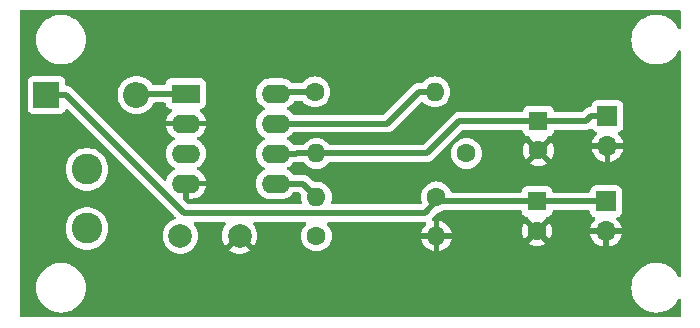
<source format=gtl>
%TF.GenerationSoftware,KiCad,Pcbnew,8.0.8*%
%TF.CreationDate,2025-06-29T12:47:59+09:00*%
%TF.ProjectId,NJM2374A_Boost,4e4a4d32-3337-4344-915f-426f6f73742e,rev?*%
%TF.SameCoordinates,Original*%
%TF.FileFunction,Copper,L1,Top*%
%TF.FilePolarity,Positive*%
%FSLAX46Y46*%
G04 Gerber Fmt 4.6, Leading zero omitted, Abs format (unit mm)*
G04 Created by KiCad (PCBNEW 8.0.8) date 2025-06-29 12:47:59*
%MOMM*%
%LPD*%
G01*
G04 APERTURE LIST*
%TA.AperFunction,ComponentPad*%
%ADD10C,2.600000*%
%TD*%
%TA.AperFunction,ComponentPad*%
%ADD11C,1.600000*%
%TD*%
%TA.AperFunction,ComponentPad*%
%ADD12O,1.600000X1.600000*%
%TD*%
%TA.AperFunction,ComponentPad*%
%ADD13R,2.200000X2.200000*%
%TD*%
%TA.AperFunction,ComponentPad*%
%ADD14O,2.200000X2.200000*%
%TD*%
%TA.AperFunction,ComponentPad*%
%ADD15R,1.600000X1.600000*%
%TD*%
%TA.AperFunction,ComponentPad*%
%ADD16R,1.700000X1.700000*%
%TD*%
%TA.AperFunction,ComponentPad*%
%ADD17O,1.700000X1.700000*%
%TD*%
%TA.AperFunction,ComponentPad*%
%ADD18C,2.000000*%
%TD*%
%TA.AperFunction,ComponentPad*%
%ADD19R,2.400000X1.600000*%
%TD*%
%TA.AperFunction,ComponentPad*%
%ADD20O,2.400000X1.600000*%
%TD*%
%TA.AperFunction,Conductor*%
%ADD21C,0.500000*%
%TD*%
G04 APERTURE END LIST*
D10*
%TO.P,L1,1,1*%
%TO.N,Net-(D2-A)*%
X92202000Y-93980000D03*
%TO.P,L1,2,2*%
%TO.N,Net-(PS1-SI)*%
X92202000Y-88980000D03*
%TD*%
D11*
%TO.P,R3,1*%
%TO.N,Net-(PS1-CD)*%
X111506000Y-82423000D03*
D12*
%TO.P,R3,2*%
%TO.N,Net-(PS1-SI)*%
X121666000Y-82423000D03*
%TD*%
D13*
%TO.P,D2,1,K*%
%TO.N,Vout*%
X88773000Y-82677000D03*
D14*
%TO.P,D2,2,A*%
%TO.N,Net-(D2-A)*%
X96393000Y-82677000D03*
%TD*%
D15*
%TO.P,C3,1*%
%TO.N,Vin*%
X130429000Y-84876000D03*
D11*
%TO.P,C3,2*%
%TO.N,GND*%
X130429000Y-87376000D03*
%TD*%
D15*
%TO.P,C2,1*%
%TO.N,Vout*%
X130302000Y-91694000D03*
D11*
%TO.P,C2,2*%
%TO.N,GND*%
X130302000Y-94194000D03*
%TD*%
D16*
%TO.P,J1,1,Pin_1*%
%TO.N,Vin*%
X136271000Y-84450000D03*
D17*
%TO.P,J1,2,Pin_2*%
%TO.N,GND*%
X136271000Y-86990000D03*
%TD*%
D11*
%TO.P,R1,1*%
%TO.N,Net-(PS1-IN+)*%
X111633000Y-94615000D03*
D12*
%TO.P,R1,2*%
%TO.N,GND*%
X121793000Y-94615000D03*
%TD*%
D11*
%TO.P,R4,1*%
%TO.N,Net-(PS1-SI)*%
X124333000Y-87630000D03*
D12*
%TO.P,R4,2*%
%TO.N,Vin*%
X111633000Y-87630000D03*
%TD*%
D18*
%TO.P,C1,1*%
%TO.N,GND*%
X105116000Y-94615000D03*
%TO.P,C1,2*%
%TO.N,Net-(PS1-CT)*%
X100116000Y-94615000D03*
%TD*%
D19*
%TO.P,PS1,1,CS*%
%TO.N,Net-(D2-A)*%
X100569000Y-82560000D03*
D20*
%TO.P,PS1,2,ES*%
%TO.N,GND*%
X100569000Y-85100000D03*
%TO.P,PS1,3,CT*%
%TO.N,Net-(PS1-CT)*%
X100569000Y-87640000D03*
%TO.P,PS1,4,GND*%
%TO.N,GND*%
X100569000Y-90180000D03*
%TO.P,PS1,5,IN+*%
%TO.N,Net-(PS1-IN+)*%
X108189000Y-90180000D03*
%TO.P,PS1,6,V+*%
%TO.N,Vin*%
X108189000Y-87640000D03*
%TO.P,PS1,7,SI*%
%TO.N,Net-(PS1-SI)*%
X108189000Y-85100000D03*
%TO.P,PS1,8,CD*%
%TO.N,Net-(PS1-CD)*%
X108189000Y-82560000D03*
%TD*%
D11*
%TO.P,R2,1*%
%TO.N,Vout*%
X121793000Y-91313000D03*
D12*
%TO.P,R2,2*%
%TO.N,Net-(PS1-IN+)*%
X111633000Y-91313000D03*
%TD*%
D16*
%TO.P,J2,1,Pin_1*%
%TO.N,Vout*%
X136144000Y-91694000D03*
D17*
%TO.P,J2,2,Pin_2*%
%TO.N,GND*%
X136144000Y-94234000D03*
%TD*%
D21*
%TO.N,Vout*%
X90424700Y-82677000D02*
X100453700Y-92706000D01*
X130302000Y-91694000D02*
X136144000Y-91694000D01*
X130302000Y-91694000D02*
X128950300Y-91694000D01*
X100453700Y-92706000D02*
X120781000Y-92706000D01*
X121793000Y-91694000D02*
X121793000Y-91313000D01*
X88773000Y-82677000D02*
X90424700Y-82677000D01*
X121793000Y-91694000D02*
X128950300Y-91694000D01*
X120781000Y-92706000D02*
X121793000Y-91694000D01*
%TO.N,Vin*%
X120976000Y-87630000D02*
X123730000Y-84876000D01*
X109950700Y-87630000D02*
X111633000Y-87630000D01*
X123730000Y-84876000D02*
X130429000Y-84876000D01*
X136271000Y-84450000D02*
X134869300Y-84450000D01*
X130429000Y-84876000D02*
X134443300Y-84876000D01*
X108189000Y-87640000D02*
X109940700Y-87640000D01*
X109940700Y-87640000D02*
X109950700Y-87630000D01*
X111633000Y-87630000D02*
X120976000Y-87630000D01*
X134443300Y-84876000D02*
X134869300Y-84450000D01*
%TO.N,Net-(D2-A)*%
X96510000Y-82560000D02*
X96393000Y-82677000D01*
X100569000Y-82560000D02*
X96510000Y-82560000D01*
%TO.N,Net-(PS1-SI)*%
X121666000Y-82423000D02*
X120314300Y-82423000D01*
X108189000Y-85100000D02*
X117637300Y-85100000D01*
X117637300Y-85100000D02*
X120314300Y-82423000D01*
%TO.N,Net-(PS1-IN+)*%
X110500000Y-90180000D02*
X108189000Y-90180000D01*
X111633000Y-91313000D02*
X110500000Y-90180000D01*
%TO.N,Net-(PS1-CD)*%
X108326000Y-82423000D02*
X108189000Y-82560000D01*
X111506000Y-82423000D02*
X108326000Y-82423000D01*
%TD*%
%TA.AperFunction,Conductor*%
%TO.N,GND*%
G36*
X142442539Y-75520185D02*
G01*
X142488294Y-75572989D01*
X142499500Y-75624500D01*
X142499500Y-76977356D01*
X142479815Y-77044395D01*
X142427011Y-77090150D01*
X142357853Y-77100094D01*
X142294297Y-77071069D01*
X142265402Y-77034405D01*
X142255745Y-77015768D01*
X142198901Y-76906064D01*
X142033189Y-76671302D01*
X142033187Y-76671299D01*
X141954554Y-76587105D01*
X141837053Y-76461292D01*
X141614147Y-76279945D01*
X141614146Y-76279944D01*
X141368617Y-76130634D01*
X141105063Y-76016158D01*
X141105061Y-76016157D01*
X141105058Y-76016156D01*
X140975578Y-75979877D01*
X140828364Y-75938630D01*
X140828359Y-75938629D01*
X140828358Y-75938629D01*
X140686018Y-75919064D01*
X140543679Y-75899500D01*
X140543678Y-75899500D01*
X140256322Y-75899500D01*
X140256321Y-75899500D01*
X139971642Y-75938629D01*
X139971635Y-75938630D01*
X139763861Y-75996845D01*
X139694942Y-76016156D01*
X139694939Y-76016156D01*
X139694936Y-76016158D01*
X139694935Y-76016158D01*
X139431382Y-76130634D01*
X139185853Y-76279944D01*
X138962950Y-76461289D01*
X138766812Y-76671299D01*
X138601098Y-76906064D01*
X138468894Y-77161206D01*
X138372667Y-77431962D01*
X138372666Y-77431965D01*
X138314201Y-77713319D01*
X138294592Y-78000000D01*
X138314201Y-78286680D01*
X138372666Y-78568034D01*
X138372667Y-78568037D01*
X138468894Y-78838793D01*
X138468893Y-78838793D01*
X138601098Y-79093935D01*
X138766812Y-79328700D01*
X138851923Y-79419831D01*
X138962947Y-79538708D01*
X139185853Y-79720055D01*
X139431382Y-79869365D01*
X139618237Y-79950526D01*
X139694942Y-79983844D01*
X139971642Y-80061371D01*
X140221920Y-80095771D01*
X140256321Y-80100500D01*
X140256322Y-80100500D01*
X140543679Y-80100500D01*
X140574370Y-80096281D01*
X140828358Y-80061371D01*
X141105058Y-79983844D01*
X141218015Y-79934779D01*
X141368617Y-79869365D01*
X141368620Y-79869363D01*
X141368625Y-79869361D01*
X141614147Y-79720055D01*
X141837053Y-79538708D01*
X142033189Y-79328698D01*
X142198901Y-79093936D01*
X142265402Y-78965594D01*
X142313723Y-78915128D01*
X142381657Y-78898796D01*
X142447636Y-78921785D01*
X142490713Y-78976795D01*
X142499500Y-79022643D01*
X142499500Y-97977356D01*
X142479815Y-98044395D01*
X142427011Y-98090150D01*
X142357853Y-98100094D01*
X142294297Y-98071069D01*
X142265402Y-98034405D01*
X142255745Y-98015768D01*
X142198901Y-97906064D01*
X142033189Y-97671302D01*
X142033187Y-97671299D01*
X141954554Y-97587105D01*
X141837053Y-97461292D01*
X141614147Y-97279945D01*
X141614146Y-97279944D01*
X141368617Y-97130634D01*
X141105063Y-97016158D01*
X141105061Y-97016157D01*
X141105058Y-97016156D01*
X140975578Y-96979877D01*
X140828364Y-96938630D01*
X140828359Y-96938629D01*
X140828358Y-96938629D01*
X140686018Y-96919064D01*
X140543679Y-96899500D01*
X140543678Y-96899500D01*
X140256322Y-96899500D01*
X140256321Y-96899500D01*
X139971642Y-96938629D01*
X139971635Y-96938630D01*
X139763861Y-96996845D01*
X139694942Y-97016156D01*
X139694939Y-97016156D01*
X139694936Y-97016158D01*
X139694935Y-97016158D01*
X139431382Y-97130634D01*
X139185853Y-97279944D01*
X138962950Y-97461289D01*
X138766812Y-97671299D01*
X138601098Y-97906064D01*
X138468894Y-98161206D01*
X138372667Y-98431962D01*
X138372666Y-98431965D01*
X138314201Y-98713319D01*
X138294592Y-99000000D01*
X138314201Y-99286680D01*
X138372666Y-99568034D01*
X138372667Y-99568037D01*
X138468894Y-99838793D01*
X138468893Y-99838793D01*
X138601098Y-100093935D01*
X138766812Y-100328700D01*
X138851923Y-100419831D01*
X138962947Y-100538708D01*
X139185853Y-100720055D01*
X139431382Y-100869365D01*
X139618237Y-100950526D01*
X139694942Y-100983844D01*
X139971642Y-101061371D01*
X140221920Y-101095771D01*
X140256321Y-101100500D01*
X140256322Y-101100500D01*
X140543679Y-101100500D01*
X140574370Y-101096281D01*
X140828358Y-101061371D01*
X141105058Y-100983844D01*
X141218015Y-100934779D01*
X141368617Y-100869365D01*
X141368620Y-100869363D01*
X141368625Y-100869361D01*
X141614147Y-100720055D01*
X141837053Y-100538708D01*
X142033189Y-100328698D01*
X142198901Y-100093936D01*
X142265402Y-99965594D01*
X142313723Y-99915128D01*
X142381657Y-99898796D01*
X142447636Y-99921785D01*
X142490713Y-99976795D01*
X142499500Y-100022643D01*
X142499500Y-101375500D01*
X142479815Y-101442539D01*
X142427011Y-101488294D01*
X142375500Y-101499500D01*
X86624500Y-101499500D01*
X86557461Y-101479815D01*
X86511706Y-101427011D01*
X86500500Y-101375500D01*
X86500500Y-99000000D01*
X87894592Y-99000000D01*
X87914201Y-99286680D01*
X87972666Y-99568034D01*
X87972667Y-99568037D01*
X88068894Y-99838793D01*
X88068893Y-99838793D01*
X88201098Y-100093935D01*
X88366812Y-100328700D01*
X88451923Y-100419831D01*
X88562947Y-100538708D01*
X88785853Y-100720055D01*
X89031382Y-100869365D01*
X89218237Y-100950526D01*
X89294942Y-100983844D01*
X89571642Y-101061371D01*
X89821920Y-101095771D01*
X89856321Y-101100500D01*
X89856322Y-101100500D01*
X90143679Y-101100500D01*
X90174370Y-101096281D01*
X90428358Y-101061371D01*
X90705058Y-100983844D01*
X90818015Y-100934779D01*
X90968617Y-100869365D01*
X90968620Y-100869363D01*
X90968625Y-100869361D01*
X91214147Y-100720055D01*
X91437053Y-100538708D01*
X91633189Y-100328698D01*
X91798901Y-100093936D01*
X91931104Y-99838797D01*
X92027334Y-99568032D01*
X92085798Y-99286686D01*
X92105408Y-99000000D01*
X92085798Y-98713314D01*
X92027334Y-98431968D01*
X91931105Y-98161206D01*
X91931106Y-98161206D01*
X91798901Y-97906064D01*
X91633187Y-97671299D01*
X91554554Y-97587105D01*
X91437053Y-97461292D01*
X91214147Y-97279945D01*
X91214146Y-97279944D01*
X90968617Y-97130634D01*
X90705063Y-97016158D01*
X90705061Y-97016157D01*
X90705058Y-97016156D01*
X90575578Y-96979877D01*
X90428364Y-96938630D01*
X90428359Y-96938629D01*
X90428358Y-96938629D01*
X90286018Y-96919064D01*
X90143679Y-96899500D01*
X90143678Y-96899500D01*
X89856322Y-96899500D01*
X89856321Y-96899500D01*
X89571642Y-96938629D01*
X89571635Y-96938630D01*
X89363861Y-96996845D01*
X89294942Y-97016156D01*
X89294939Y-97016156D01*
X89294936Y-97016158D01*
X89294935Y-97016158D01*
X89031382Y-97130634D01*
X88785853Y-97279944D01*
X88562950Y-97461289D01*
X88366812Y-97671299D01*
X88201098Y-97906064D01*
X88068894Y-98161206D01*
X87972667Y-98431962D01*
X87972666Y-98431965D01*
X87914201Y-98713319D01*
X87894592Y-99000000D01*
X86500500Y-99000000D01*
X86500500Y-93979995D01*
X90396451Y-93979995D01*
X90396451Y-93980004D01*
X90416616Y-94249101D01*
X90476664Y-94512188D01*
X90476666Y-94512195D01*
X90549390Y-94697492D01*
X90575257Y-94763398D01*
X90710185Y-94997102D01*
X90761538Y-95061496D01*
X90878442Y-95208089D01*
X91003508Y-95324132D01*
X91076259Y-95391635D01*
X91299226Y-95543651D01*
X91542359Y-95660738D01*
X91800228Y-95740280D01*
X91800229Y-95740280D01*
X91800232Y-95740281D01*
X92067063Y-95780499D01*
X92067068Y-95780499D01*
X92067071Y-95780500D01*
X92067072Y-95780500D01*
X92336928Y-95780500D01*
X92336929Y-95780500D01*
X92336936Y-95780499D01*
X92603767Y-95740281D01*
X92603768Y-95740280D01*
X92603772Y-95740280D01*
X92861641Y-95660738D01*
X93104775Y-95543651D01*
X93327741Y-95391635D01*
X93525561Y-95208085D01*
X93693815Y-94997102D01*
X93828743Y-94763398D01*
X93927334Y-94512195D01*
X93987383Y-94249103D01*
X94003082Y-94039606D01*
X94007549Y-93980004D01*
X94007549Y-93979995D01*
X93987383Y-93710898D01*
X93962489Y-93601829D01*
X93927334Y-93447805D01*
X93828743Y-93196602D01*
X93693815Y-92962898D01*
X93525561Y-92751915D01*
X93525560Y-92751914D01*
X93525557Y-92751910D01*
X93327741Y-92568365D01*
X93252386Y-92516989D01*
X93104775Y-92416349D01*
X93104769Y-92416346D01*
X93104768Y-92416345D01*
X93104767Y-92416344D01*
X92861643Y-92299263D01*
X92861645Y-92299263D01*
X92603773Y-92219720D01*
X92603767Y-92219718D01*
X92336936Y-92179500D01*
X92336929Y-92179500D01*
X92067071Y-92179500D01*
X92067063Y-92179500D01*
X91800232Y-92219718D01*
X91800226Y-92219720D01*
X91542358Y-92299262D01*
X91299230Y-92416346D01*
X91076258Y-92568365D01*
X90878442Y-92751910D01*
X90710185Y-92962898D01*
X90575258Y-93196599D01*
X90575256Y-93196603D01*
X90476666Y-93447804D01*
X90476664Y-93447811D01*
X90416616Y-93710898D01*
X90396451Y-93979995D01*
X86500500Y-93979995D01*
X86500500Y-88979995D01*
X90396451Y-88979995D01*
X90396451Y-88980004D01*
X90416616Y-89249101D01*
X90473514Y-89498386D01*
X90476666Y-89512195D01*
X90575257Y-89763398D01*
X90710185Y-89997102D01*
X90814046Y-90127339D01*
X90878442Y-90208089D01*
X91024383Y-90343501D01*
X91076259Y-90391635D01*
X91299226Y-90543651D01*
X91299229Y-90543652D01*
X91299230Y-90543653D01*
X91329490Y-90558225D01*
X91542359Y-90660738D01*
X91800228Y-90740280D01*
X91800229Y-90740280D01*
X91800232Y-90740281D01*
X92067063Y-90780499D01*
X92067068Y-90780499D01*
X92067071Y-90780500D01*
X92067072Y-90780500D01*
X92336928Y-90780500D01*
X92336929Y-90780500D01*
X92336936Y-90780499D01*
X92603767Y-90740281D01*
X92603768Y-90740280D01*
X92603772Y-90740280D01*
X92861641Y-90660738D01*
X93053765Y-90568216D01*
X93104767Y-90543655D01*
X93104767Y-90543654D01*
X93104775Y-90543651D01*
X93327741Y-90391635D01*
X93525561Y-90208085D01*
X93693815Y-89997102D01*
X93828743Y-89763398D01*
X93927334Y-89512195D01*
X93987383Y-89249103D01*
X94007549Y-88980000D01*
X94002725Y-88915633D01*
X93987383Y-88710898D01*
X93980551Y-88680966D01*
X93927334Y-88447805D01*
X93828743Y-88196602D01*
X93693815Y-87962898D01*
X93525561Y-87751915D01*
X93525560Y-87751914D01*
X93525557Y-87751910D01*
X93327741Y-87568365D01*
X93104775Y-87416349D01*
X93104769Y-87416346D01*
X93104768Y-87416345D01*
X93104767Y-87416344D01*
X92861643Y-87299263D01*
X92861645Y-87299263D01*
X92603773Y-87219720D01*
X92603767Y-87219718D01*
X92336936Y-87179500D01*
X92336929Y-87179500D01*
X92067071Y-87179500D01*
X92067063Y-87179500D01*
X91800232Y-87219718D01*
X91800226Y-87219720D01*
X91542358Y-87299262D01*
X91299230Y-87416346D01*
X91076258Y-87568365D01*
X90878442Y-87751910D01*
X90710185Y-87962898D01*
X90575258Y-88196599D01*
X90575256Y-88196603D01*
X90476666Y-88447804D01*
X90476664Y-88447811D01*
X90416616Y-88710898D01*
X90396451Y-88979995D01*
X86500500Y-88979995D01*
X86500500Y-81529135D01*
X87172500Y-81529135D01*
X87172500Y-83824870D01*
X87172501Y-83824876D01*
X87178908Y-83884483D01*
X87229202Y-84019328D01*
X87229206Y-84019335D01*
X87315452Y-84134544D01*
X87315455Y-84134547D01*
X87430664Y-84220793D01*
X87430671Y-84220797D01*
X87565517Y-84271091D01*
X87565516Y-84271091D01*
X87572444Y-84271835D01*
X87625127Y-84277500D01*
X89920872Y-84277499D01*
X89980483Y-84271091D01*
X90115331Y-84220796D01*
X90230546Y-84134546D01*
X90316796Y-84019331D01*
X90355006Y-83916885D01*
X90396877Y-83860951D01*
X90462341Y-83836534D01*
X90530614Y-83851385D01*
X90558869Y-83872537D01*
X99676923Y-92990591D01*
X99710408Y-93051914D01*
X99705424Y-93121606D01*
X99663552Y-93177539D01*
X99629506Y-93195553D01*
X99511194Y-93236170D01*
X99511188Y-93236172D01*
X99292493Y-93354524D01*
X99096257Y-93507261D01*
X98927833Y-93690217D01*
X98791826Y-93898393D01*
X98691936Y-94126118D01*
X98630892Y-94367175D01*
X98630890Y-94367187D01*
X98610357Y-94614994D01*
X98610357Y-94615000D01*
X98630890Y-94862812D01*
X98630892Y-94862824D01*
X98691936Y-95103881D01*
X98791826Y-95331606D01*
X98927833Y-95539782D01*
X98950710Y-95564633D01*
X99096256Y-95722738D01*
X99292491Y-95875474D01*
X99375633Y-95920468D01*
X99510332Y-95993364D01*
X99511190Y-95993828D01*
X99730141Y-96068994D01*
X99744964Y-96074083D01*
X99746386Y-96074571D01*
X99991665Y-96115500D01*
X100240335Y-96115500D01*
X100485614Y-96074571D01*
X100720810Y-95993828D01*
X100939509Y-95875474D01*
X101135744Y-95722738D01*
X101304164Y-95539785D01*
X101440173Y-95331607D01*
X101540063Y-95103881D01*
X101601108Y-94862821D01*
X101602859Y-94841697D01*
X101621643Y-94615000D01*
X101621643Y-94614994D01*
X101601109Y-94367187D01*
X101601107Y-94367175D01*
X101540063Y-94126118D01*
X101440173Y-93898393D01*
X101304163Y-93690214D01*
X101280476Y-93664482D01*
X101249554Y-93601828D01*
X101257414Y-93532402D01*
X101301562Y-93478246D01*
X101367979Y-93456556D01*
X101371706Y-93456500D01*
X103860974Y-93456500D01*
X103928013Y-93476185D01*
X103973768Y-93528989D01*
X103983712Y-93598147D01*
X103954687Y-93661703D01*
X103952203Y-93664483D01*
X103928232Y-93690521D01*
X103792267Y-93898632D01*
X103692412Y-94126282D01*
X103631387Y-94367261D01*
X103631385Y-94367270D01*
X103610859Y-94614994D01*
X103610859Y-94615000D01*
X103631385Y-94862729D01*
X103631387Y-94862738D01*
X103692412Y-95103717D01*
X103792267Y-95331367D01*
X103892562Y-95484881D01*
X104633036Y-94744406D01*
X104650075Y-94807993D01*
X104715901Y-94922007D01*
X104808993Y-95015099D01*
X104923007Y-95080925D01*
X104986591Y-95097962D01*
X104245943Y-95838609D01*
X104292768Y-95875055D01*
X104292771Y-95875057D01*
X104511385Y-95993364D01*
X104511396Y-95993369D01*
X104746506Y-96074083D01*
X104991707Y-96115000D01*
X105240293Y-96115000D01*
X105485493Y-96074083D01*
X105720603Y-95993369D01*
X105720614Y-95993364D01*
X105939230Y-95875056D01*
X105939236Y-95875051D01*
X105986055Y-95838610D01*
X105986056Y-95838609D01*
X105245408Y-95097962D01*
X105308993Y-95080925D01*
X105423007Y-95015099D01*
X105516099Y-94922007D01*
X105581925Y-94807993D01*
X105598962Y-94744409D01*
X106339435Y-95484882D01*
X106439733Y-95331364D01*
X106539587Y-95103717D01*
X106600612Y-94862738D01*
X106600614Y-94862729D01*
X106621141Y-94615000D01*
X106621141Y-94614994D01*
X106600614Y-94367270D01*
X106600612Y-94367261D01*
X106539587Y-94126282D01*
X106439732Y-93898632D01*
X106303767Y-93690521D01*
X106279797Y-93664483D01*
X106248874Y-93601829D01*
X106256734Y-93532403D01*
X106300881Y-93478247D01*
X106367298Y-93456556D01*
X106371026Y-93456500D01*
X110652951Y-93456500D01*
X110719990Y-93476185D01*
X110765745Y-93528989D01*
X110775689Y-93598147D01*
X110746664Y-93661703D01*
X110740632Y-93668181D01*
X110632954Y-93775858D01*
X110502432Y-93962265D01*
X110502431Y-93962267D01*
X110406261Y-94168502D01*
X110406258Y-94168511D01*
X110347366Y-94388302D01*
X110347364Y-94388313D01*
X110327532Y-94614998D01*
X110327532Y-94615000D01*
X110347364Y-94841686D01*
X110347366Y-94841697D01*
X110406258Y-95061488D01*
X110406261Y-95061497D01*
X110502431Y-95267732D01*
X110502432Y-95267734D01*
X110632954Y-95454141D01*
X110793858Y-95615045D01*
X110793861Y-95615047D01*
X110980266Y-95745568D01*
X111186504Y-95841739D01*
X111406308Y-95900635D01*
X111568230Y-95914801D01*
X111632998Y-95920468D01*
X111633000Y-95920468D01*
X111633002Y-95920468D01*
X111689673Y-95915509D01*
X111859692Y-95900635D01*
X112079496Y-95841739D01*
X112285734Y-95745568D01*
X112472139Y-95615047D01*
X112633047Y-95454139D01*
X112763568Y-95267734D01*
X112859739Y-95061496D01*
X112918635Y-94841692D01*
X112938468Y-94615000D01*
X112938467Y-94614994D01*
X112929473Y-94512188D01*
X112918635Y-94388308D01*
X112859739Y-94168504D01*
X112763568Y-93962266D01*
X112633047Y-93775861D01*
X112633045Y-93775858D01*
X112525368Y-93668181D01*
X112491883Y-93606858D01*
X112496867Y-93537166D01*
X112538739Y-93481233D01*
X112604203Y-93456816D01*
X112613049Y-93456500D01*
X120813660Y-93456500D01*
X120880699Y-93476185D01*
X120926454Y-93528989D01*
X120936398Y-93598147D01*
X120907373Y-93661703D01*
X120901341Y-93668181D01*
X120793342Y-93776179D01*
X120662865Y-93962517D01*
X120566734Y-94168673D01*
X120566730Y-94168682D01*
X120514127Y-94364999D01*
X120514128Y-94365000D01*
X121477314Y-94365000D01*
X121472920Y-94369394D01*
X121420259Y-94460606D01*
X121393000Y-94562339D01*
X121393000Y-94667661D01*
X121420259Y-94769394D01*
X121472920Y-94860606D01*
X121477314Y-94865000D01*
X120514128Y-94865000D01*
X120566730Y-95061317D01*
X120566734Y-95061326D01*
X120662865Y-95267482D01*
X120793342Y-95453820D01*
X120954179Y-95614657D01*
X121140517Y-95745134D01*
X121346673Y-95841265D01*
X121346682Y-95841269D01*
X121542999Y-95893872D01*
X121543000Y-95893871D01*
X121543000Y-94930686D01*
X121547394Y-94935080D01*
X121638606Y-94987741D01*
X121740339Y-95015000D01*
X121845661Y-95015000D01*
X121947394Y-94987741D01*
X122038606Y-94935080D01*
X122043000Y-94930686D01*
X122043000Y-95893872D01*
X122239317Y-95841269D01*
X122239326Y-95841265D01*
X122445482Y-95745134D01*
X122631820Y-95614657D01*
X122792657Y-95453820D01*
X122923134Y-95267482D01*
X123019265Y-95061326D01*
X123019269Y-95061317D01*
X123071872Y-94865000D01*
X122108686Y-94865000D01*
X122113080Y-94860606D01*
X122165741Y-94769394D01*
X122193000Y-94667661D01*
X122193000Y-94562339D01*
X122165741Y-94460606D01*
X122113080Y-94369394D01*
X122108686Y-94365000D01*
X123071872Y-94365000D01*
X123071872Y-94364999D01*
X123019269Y-94168682D01*
X123019265Y-94168673D01*
X122923134Y-93962517D01*
X122792657Y-93776179D01*
X122631820Y-93615342D01*
X122445482Y-93484865D01*
X122239328Y-93388734D01*
X122043000Y-93336127D01*
X122043000Y-94299314D01*
X122038606Y-94294920D01*
X121947394Y-94242259D01*
X121845661Y-94215000D01*
X121740339Y-94215000D01*
X121638606Y-94242259D01*
X121547394Y-94294920D01*
X121543000Y-94299314D01*
X121543000Y-93336127D01*
X121542999Y-93336126D01*
X121538179Y-93337418D01*
X121468329Y-93335755D01*
X121410467Y-93296592D01*
X121382963Y-93232364D01*
X121394550Y-93163462D01*
X121418403Y-93129963D01*
X121911112Y-92637253D01*
X121972433Y-92603770D01*
X121987977Y-92601409D01*
X122019692Y-92598635D01*
X122239496Y-92539739D01*
X122418820Y-92456117D01*
X122471225Y-92444500D01*
X128876382Y-92444500D01*
X128879649Y-92444500D01*
X128946688Y-92464185D01*
X128992443Y-92516989D01*
X129002939Y-92555248D01*
X129007908Y-92601483D01*
X129058202Y-92736328D01*
X129058206Y-92736335D01*
X129144452Y-92851544D01*
X129144455Y-92851547D01*
X129259664Y-92937793D01*
X129259671Y-92937797D01*
X129304618Y-92954561D01*
X129394517Y-92988091D01*
X129454127Y-92994500D01*
X129454153Y-92994499D01*
X129457453Y-92994678D01*
X129457372Y-92996183D01*
X129518672Y-93014112D01*
X129564483Y-93066867D01*
X129572016Y-93110464D01*
X130255553Y-93794000D01*
X130249339Y-93794000D01*
X130147606Y-93821259D01*
X130056394Y-93873920D01*
X129981920Y-93948394D01*
X129929259Y-94039606D01*
X129902000Y-94141339D01*
X129902000Y-94147552D01*
X129222974Y-93468526D01*
X129222973Y-93468526D01*
X129171868Y-93541512D01*
X129171866Y-93541516D01*
X129075734Y-93747673D01*
X129075730Y-93747682D01*
X129016860Y-93967389D01*
X129016858Y-93967400D01*
X128997034Y-94193997D01*
X128997034Y-94194002D01*
X129016858Y-94420599D01*
X129016860Y-94420610D01*
X129075730Y-94640317D01*
X129075735Y-94640331D01*
X129171863Y-94846478D01*
X129222974Y-94919472D01*
X129902000Y-94240446D01*
X129902000Y-94246661D01*
X129929259Y-94348394D01*
X129981920Y-94439606D01*
X130056394Y-94514080D01*
X130147606Y-94566741D01*
X130249339Y-94594000D01*
X130255553Y-94594000D01*
X129576526Y-95273025D01*
X129649513Y-95324132D01*
X129649521Y-95324136D01*
X129855668Y-95420264D01*
X129855682Y-95420269D01*
X130075389Y-95479139D01*
X130075400Y-95479141D01*
X130301998Y-95498966D01*
X130302002Y-95498966D01*
X130528599Y-95479141D01*
X130528610Y-95479139D01*
X130748317Y-95420269D01*
X130748331Y-95420264D01*
X130954478Y-95324136D01*
X131027471Y-95273024D01*
X130348447Y-94594000D01*
X130354661Y-94594000D01*
X130456394Y-94566741D01*
X130547606Y-94514080D01*
X130622080Y-94439606D01*
X130674741Y-94348394D01*
X130702000Y-94246661D01*
X130702000Y-94240447D01*
X131381024Y-94919471D01*
X131432136Y-94846478D01*
X131528264Y-94640331D01*
X131528269Y-94640317D01*
X131587139Y-94420610D01*
X131587141Y-94420599D01*
X131606966Y-94194002D01*
X131606966Y-94193997D01*
X131587141Y-93967400D01*
X131587139Y-93967389D01*
X131528269Y-93747682D01*
X131528264Y-93747668D01*
X131432136Y-93541521D01*
X131432132Y-93541513D01*
X131381025Y-93468526D01*
X130702000Y-94147551D01*
X130702000Y-94141339D01*
X130674741Y-94039606D01*
X130622080Y-93948394D01*
X130547606Y-93873920D01*
X130456394Y-93821259D01*
X130354661Y-93794000D01*
X130348445Y-93794000D01*
X131032646Y-93109800D01*
X131042492Y-93060807D01*
X131091107Y-93010624D01*
X131146633Y-92995981D01*
X131146576Y-92994900D01*
X131146571Y-92994854D01*
X131146573Y-92994853D01*
X131146564Y-92994676D01*
X131149857Y-92994499D01*
X131149872Y-92994499D01*
X131209483Y-92988091D01*
X131344331Y-92937796D01*
X131459546Y-92851546D01*
X131545796Y-92736331D01*
X131596091Y-92601483D01*
X131601062Y-92555242D01*
X131627799Y-92490694D01*
X131685191Y-92450846D01*
X131724351Y-92444500D01*
X134669501Y-92444500D01*
X134736540Y-92464185D01*
X134782295Y-92516989D01*
X134793501Y-92568500D01*
X134793501Y-92591876D01*
X134799908Y-92651483D01*
X134850202Y-92786328D01*
X134850206Y-92786335D01*
X134936452Y-92901544D01*
X134936455Y-92901547D01*
X135051664Y-92987793D01*
X135051671Y-92987797D01*
X135112874Y-93010624D01*
X135183598Y-93037002D01*
X135239531Y-93078873D01*
X135263949Y-93144337D01*
X135249098Y-93212610D01*
X135227947Y-93240865D01*
X135105886Y-93362926D01*
X134970400Y-93556420D01*
X134970399Y-93556422D01*
X134870570Y-93770507D01*
X134870567Y-93770513D01*
X134813364Y-93983999D01*
X134813364Y-93984000D01*
X135710988Y-93984000D01*
X135678075Y-94041007D01*
X135644000Y-94168174D01*
X135644000Y-94299826D01*
X135678075Y-94426993D01*
X135710988Y-94484000D01*
X134813364Y-94484000D01*
X134870567Y-94697486D01*
X134870570Y-94697492D01*
X134970399Y-94911578D01*
X135105894Y-95105082D01*
X135272917Y-95272105D01*
X135466421Y-95407600D01*
X135680507Y-95507429D01*
X135680516Y-95507433D01*
X135894000Y-95564634D01*
X135894000Y-94667012D01*
X135951007Y-94699925D01*
X136078174Y-94734000D01*
X136209826Y-94734000D01*
X136336993Y-94699925D01*
X136394000Y-94667012D01*
X136394000Y-95564633D01*
X136607483Y-95507433D01*
X136607492Y-95507429D01*
X136821578Y-95407600D01*
X137015082Y-95272105D01*
X137182105Y-95105082D01*
X137317600Y-94911578D01*
X137417429Y-94697492D01*
X137417432Y-94697486D01*
X137474636Y-94484000D01*
X136577012Y-94484000D01*
X136609925Y-94426993D01*
X136644000Y-94299826D01*
X136644000Y-94168174D01*
X136609925Y-94041007D01*
X136577012Y-93984000D01*
X137474636Y-93984000D01*
X137474635Y-93983999D01*
X137417432Y-93770513D01*
X137417429Y-93770507D01*
X137317600Y-93556422D01*
X137317599Y-93556420D01*
X137182113Y-93362926D01*
X137182108Y-93362920D01*
X137060053Y-93240865D01*
X137026568Y-93179542D01*
X137031552Y-93109850D01*
X137073424Y-93053917D01*
X137104400Y-93037002D01*
X137217410Y-92994853D01*
X137236326Y-92987798D01*
X137236326Y-92987797D01*
X137236331Y-92987796D01*
X137351546Y-92901546D01*
X137437796Y-92786331D01*
X137488091Y-92651483D01*
X137494500Y-92591873D01*
X137494499Y-90796128D01*
X137488091Y-90736517D01*
X137466720Y-90679219D01*
X137437797Y-90601671D01*
X137437793Y-90601664D01*
X137351547Y-90486455D01*
X137351544Y-90486452D01*
X137236335Y-90400206D01*
X137236328Y-90400202D01*
X137101482Y-90349908D01*
X137101483Y-90349908D01*
X137041883Y-90343501D01*
X137041881Y-90343500D01*
X137041873Y-90343500D01*
X137041864Y-90343500D01*
X135246129Y-90343500D01*
X135246123Y-90343501D01*
X135186516Y-90349908D01*
X135051671Y-90400202D01*
X135051664Y-90400206D01*
X134936455Y-90486452D01*
X134936452Y-90486455D01*
X134850206Y-90601664D01*
X134850202Y-90601671D01*
X134799908Y-90736517D01*
X134794533Y-90786516D01*
X134793501Y-90796123D01*
X134793500Y-90796135D01*
X134793500Y-90819500D01*
X134773815Y-90886539D01*
X134721011Y-90932294D01*
X134669500Y-90943500D01*
X131724351Y-90943500D01*
X131657312Y-90923815D01*
X131611557Y-90871011D01*
X131601061Y-90832752D01*
X131596091Y-90786516D01*
X131545797Y-90651671D01*
X131545793Y-90651664D01*
X131459547Y-90536455D01*
X131459544Y-90536452D01*
X131344335Y-90450206D01*
X131344328Y-90450202D01*
X131209482Y-90399908D01*
X131209483Y-90399908D01*
X131149883Y-90393501D01*
X131149881Y-90393500D01*
X131149873Y-90393500D01*
X131149864Y-90393500D01*
X129454129Y-90393500D01*
X129454123Y-90393501D01*
X129394516Y-90399908D01*
X129259671Y-90450202D01*
X129259664Y-90450206D01*
X129144455Y-90536452D01*
X129144452Y-90536455D01*
X129058206Y-90651664D01*
X129058202Y-90651671D01*
X129010153Y-90780500D01*
X129007909Y-90786517D01*
X129002937Y-90832757D01*
X128976201Y-90897306D01*
X128918809Y-90937154D01*
X128879649Y-90943500D01*
X123134589Y-90943500D01*
X123067550Y-90923815D01*
X123022108Y-90871372D01*
X123022027Y-90871411D01*
X123021893Y-90871124D01*
X123021795Y-90871011D01*
X123021464Y-90870205D01*
X123019740Y-90866508D01*
X123019739Y-90866504D01*
X122923568Y-90660266D01*
X122793047Y-90473861D01*
X122793045Y-90473858D01*
X122632141Y-90312954D01*
X122445734Y-90182432D01*
X122445732Y-90182431D01*
X122239497Y-90086261D01*
X122239488Y-90086258D01*
X122019697Y-90027366D01*
X122019693Y-90027365D01*
X122019692Y-90027365D01*
X122019691Y-90027364D01*
X122019686Y-90027364D01*
X121793002Y-90007532D01*
X121792998Y-90007532D01*
X121566313Y-90027364D01*
X121566302Y-90027366D01*
X121346511Y-90086258D01*
X121346502Y-90086261D01*
X121140267Y-90182431D01*
X121140265Y-90182432D01*
X120953858Y-90312954D01*
X120792954Y-90473858D01*
X120662432Y-90660265D01*
X120662431Y-90660267D01*
X120566261Y-90866502D01*
X120566258Y-90866511D01*
X120507366Y-91086302D01*
X120507364Y-91086313D01*
X120487532Y-91312998D01*
X120487532Y-91313001D01*
X120507364Y-91539686D01*
X120507366Y-91539697D01*
X120567662Y-91764726D01*
X120566311Y-91765087D01*
X120570325Y-91828212D01*
X120537055Y-91888574D01*
X120506453Y-91919178D01*
X120445131Y-91952665D01*
X120418769Y-91955500D01*
X112962982Y-91955500D01*
X112895943Y-91935815D01*
X112850188Y-91883011D01*
X112840244Y-91813853D01*
X112850599Y-91779097D01*
X112851557Y-91777040D01*
X112859739Y-91759496D01*
X112918635Y-91539692D01*
X112938468Y-91313000D01*
X112936618Y-91291859D01*
X112932801Y-91248230D01*
X112918635Y-91086308D01*
X112859739Y-90866504D01*
X112763568Y-90660266D01*
X112633047Y-90473861D01*
X112633045Y-90473858D01*
X112472141Y-90312954D01*
X112285734Y-90182432D01*
X112285732Y-90182431D01*
X112079497Y-90086261D01*
X112079488Y-90086258D01*
X111859697Y-90027366D01*
X111859693Y-90027365D01*
X111859692Y-90027365D01*
X111859691Y-90027364D01*
X111859686Y-90027364D01*
X111633002Y-90007532D01*
X111632997Y-90007532D01*
X111466137Y-90022129D01*
X111397637Y-90008362D01*
X111367650Y-89986282D01*
X110978421Y-89597052D01*
X110978414Y-89597046D01*
X110904729Y-89547812D01*
X110904729Y-89547813D01*
X110855491Y-89514913D01*
X110718917Y-89458343D01*
X110718907Y-89458340D01*
X110573920Y-89429500D01*
X110573918Y-89429500D01*
X109714418Y-89429500D01*
X109647379Y-89409815D01*
X109614100Y-89378385D01*
X109580971Y-89332787D01*
X109580967Y-89332782D01*
X109436213Y-89188028D01*
X109270614Y-89067715D01*
X109264006Y-89064348D01*
X109177917Y-89020483D01*
X109127123Y-88972511D01*
X109110328Y-88904690D01*
X109132865Y-88838555D01*
X109177917Y-88799516D01*
X109270610Y-88752287D01*
X109396063Y-88661141D01*
X109436213Y-88631971D01*
X109436215Y-88631968D01*
X109436219Y-88631966D01*
X109580966Y-88487219D01*
X109583650Y-88483524D01*
X109614100Y-88441615D01*
X109669429Y-88398949D01*
X109714418Y-88390500D01*
X110014619Y-88390500D01*
X110052910Y-88382883D01*
X110077103Y-88380500D01*
X110506337Y-88380500D01*
X110573376Y-88400185D01*
X110607912Y-88433377D01*
X110632954Y-88469141D01*
X110793858Y-88630045D01*
X110793861Y-88630047D01*
X110980266Y-88760568D01*
X111186504Y-88856739D01*
X111406308Y-88915635D01*
X111568230Y-88929801D01*
X111632998Y-88935468D01*
X111633000Y-88935468D01*
X111633002Y-88935468D01*
X111689673Y-88930509D01*
X111859692Y-88915635D01*
X112079496Y-88856739D01*
X112285734Y-88760568D01*
X112472139Y-88630047D01*
X112633047Y-88469139D01*
X112647986Y-88447804D01*
X112658088Y-88433377D01*
X112712665Y-88389752D01*
X112759663Y-88380500D01*
X121049920Y-88380500D01*
X121147462Y-88361096D01*
X121194913Y-88351658D01*
X121331495Y-88295084D01*
X121428154Y-88230499D01*
X121454416Y-88212952D01*
X122037370Y-87629998D01*
X123027532Y-87629998D01*
X123027532Y-87630001D01*
X123047364Y-87856686D01*
X123047366Y-87856697D01*
X123106258Y-88076488D01*
X123106261Y-88076497D01*
X123202431Y-88282732D01*
X123202432Y-88282734D01*
X123332954Y-88469141D01*
X123493858Y-88630045D01*
X123493861Y-88630047D01*
X123680266Y-88760568D01*
X123886504Y-88856739D01*
X124106308Y-88915635D01*
X124268230Y-88929801D01*
X124332998Y-88935468D01*
X124333000Y-88935468D01*
X124333002Y-88935468D01*
X124389673Y-88930509D01*
X124559692Y-88915635D01*
X124779496Y-88856739D01*
X124985734Y-88760568D01*
X125172139Y-88630047D01*
X125333047Y-88469139D01*
X125463568Y-88282734D01*
X125559739Y-88076496D01*
X125618635Y-87856692D01*
X125638468Y-87630000D01*
X125618635Y-87403308D01*
X125569443Y-87219720D01*
X125559741Y-87183511D01*
X125559738Y-87183502D01*
X125484636Y-87022446D01*
X125463568Y-86977266D01*
X125358088Y-86826623D01*
X125333045Y-86790858D01*
X125172141Y-86629954D01*
X124985734Y-86499432D01*
X124985732Y-86499431D01*
X124779497Y-86403261D01*
X124779488Y-86403258D01*
X124559697Y-86344366D01*
X124559693Y-86344365D01*
X124559692Y-86344365D01*
X124559691Y-86344364D01*
X124559686Y-86344364D01*
X124333002Y-86324532D01*
X124332998Y-86324532D01*
X124106313Y-86344364D01*
X124106302Y-86344366D01*
X123886511Y-86403258D01*
X123886502Y-86403261D01*
X123680267Y-86499431D01*
X123680265Y-86499432D01*
X123493858Y-86629954D01*
X123332954Y-86790858D01*
X123202432Y-86977265D01*
X123202431Y-86977267D01*
X123106261Y-87183502D01*
X123106258Y-87183511D01*
X123047366Y-87403302D01*
X123047364Y-87403313D01*
X123027532Y-87629998D01*
X122037370Y-87629998D01*
X124004548Y-85662818D01*
X124065871Y-85629334D01*
X124092229Y-85626500D01*
X129006649Y-85626500D01*
X129073688Y-85646185D01*
X129119443Y-85698989D01*
X129129939Y-85737248D01*
X129134908Y-85783483D01*
X129185202Y-85918328D01*
X129185206Y-85918335D01*
X129271452Y-86033544D01*
X129271455Y-86033547D01*
X129386664Y-86119793D01*
X129386671Y-86119797D01*
X129431618Y-86136561D01*
X129521517Y-86170091D01*
X129581127Y-86176500D01*
X129581153Y-86176499D01*
X129584453Y-86176678D01*
X129584372Y-86178183D01*
X129645672Y-86196112D01*
X129691483Y-86248867D01*
X129699016Y-86292464D01*
X130382553Y-86976000D01*
X130376339Y-86976000D01*
X130274606Y-87003259D01*
X130183394Y-87055920D01*
X130108920Y-87130394D01*
X130056259Y-87221606D01*
X130029000Y-87323339D01*
X130029000Y-87329552D01*
X129349974Y-86650526D01*
X129349973Y-86650526D01*
X129298868Y-86723512D01*
X129298866Y-86723516D01*
X129202734Y-86929673D01*
X129202730Y-86929682D01*
X129143860Y-87149389D01*
X129143858Y-87149400D01*
X129124034Y-87375997D01*
X129124034Y-87376002D01*
X129143858Y-87602599D01*
X129143860Y-87602610D01*
X129202730Y-87822317D01*
X129202735Y-87822331D01*
X129298863Y-88028478D01*
X129349974Y-88101472D01*
X130029000Y-87422446D01*
X130029000Y-87428661D01*
X130056259Y-87530394D01*
X130108920Y-87621606D01*
X130183394Y-87696080D01*
X130274606Y-87748741D01*
X130376339Y-87776000D01*
X130382553Y-87776000D01*
X129703526Y-88455025D01*
X129776513Y-88506132D01*
X129776521Y-88506136D01*
X129982668Y-88602264D01*
X129982682Y-88602269D01*
X130202389Y-88661139D01*
X130202400Y-88661141D01*
X130428998Y-88680966D01*
X130429002Y-88680966D01*
X130655599Y-88661141D01*
X130655610Y-88661139D01*
X130875317Y-88602269D01*
X130875331Y-88602264D01*
X131081478Y-88506136D01*
X131154471Y-88455024D01*
X130475447Y-87776000D01*
X130481661Y-87776000D01*
X130583394Y-87748741D01*
X130674606Y-87696080D01*
X130749080Y-87621606D01*
X130801741Y-87530394D01*
X130829000Y-87428661D01*
X130829000Y-87422447D01*
X131508024Y-88101471D01*
X131559136Y-88028478D01*
X131655264Y-87822331D01*
X131655269Y-87822317D01*
X131714139Y-87602610D01*
X131714141Y-87602599D01*
X131733966Y-87376002D01*
X131733966Y-87375997D01*
X131714141Y-87149400D01*
X131714139Y-87149389D01*
X131655269Y-86929682D01*
X131655264Y-86929668D01*
X131559136Y-86723521D01*
X131559132Y-86723513D01*
X131508025Y-86650526D01*
X130829000Y-87329551D01*
X130829000Y-87323339D01*
X130801741Y-87221606D01*
X130749080Y-87130394D01*
X130674606Y-87055920D01*
X130583394Y-87003259D01*
X130481661Y-86976000D01*
X130475445Y-86976000D01*
X131159646Y-86291800D01*
X131169492Y-86242807D01*
X131218107Y-86192624D01*
X131273633Y-86177981D01*
X131273576Y-86176900D01*
X131273571Y-86176854D01*
X131273573Y-86176853D01*
X131273564Y-86176676D01*
X131276857Y-86176499D01*
X131276872Y-86176499D01*
X131336483Y-86170091D01*
X131471331Y-86119796D01*
X131586546Y-86033546D01*
X131672796Y-85918331D01*
X131723091Y-85783483D01*
X131728062Y-85737242D01*
X131754799Y-85672694D01*
X131812191Y-85632846D01*
X131851351Y-85626500D01*
X134517220Y-85626500D01*
X134654345Y-85599223D01*
X134662213Y-85597658D01*
X134798795Y-85541084D01*
X134819370Y-85527335D01*
X134886046Y-85506456D01*
X134953426Y-85524938D01*
X134987529Y-85556124D01*
X135019648Y-85599029D01*
X135042334Y-85629334D01*
X135063455Y-85657547D01*
X135178664Y-85743793D01*
X135178671Y-85743797D01*
X135178674Y-85743798D01*
X135310598Y-85793002D01*
X135366531Y-85834873D01*
X135390949Y-85900337D01*
X135376098Y-85968610D01*
X135354947Y-85996865D01*
X135232886Y-86118926D01*
X135097400Y-86312420D01*
X135097399Y-86312422D01*
X134997570Y-86526507D01*
X134997567Y-86526513D01*
X134940364Y-86739999D01*
X134940364Y-86740000D01*
X135837988Y-86740000D01*
X135805075Y-86797007D01*
X135771000Y-86924174D01*
X135771000Y-87055826D01*
X135805075Y-87182993D01*
X135837988Y-87240000D01*
X134940364Y-87240000D01*
X134997567Y-87453486D01*
X134997570Y-87453492D01*
X135097399Y-87667578D01*
X135232894Y-87861082D01*
X135399917Y-88028105D01*
X135593421Y-88163600D01*
X135807507Y-88263429D01*
X135807516Y-88263433D01*
X136021000Y-88320634D01*
X136021000Y-87423012D01*
X136078007Y-87455925D01*
X136205174Y-87490000D01*
X136336826Y-87490000D01*
X136463993Y-87455925D01*
X136521000Y-87423012D01*
X136521000Y-88320633D01*
X136734483Y-88263433D01*
X136734492Y-88263429D01*
X136948578Y-88163600D01*
X137142082Y-88028105D01*
X137309105Y-87861082D01*
X137444600Y-87667578D01*
X137544429Y-87453492D01*
X137544432Y-87453486D01*
X137601636Y-87240000D01*
X136704012Y-87240000D01*
X136736925Y-87182993D01*
X136771000Y-87055826D01*
X136771000Y-86924174D01*
X136736925Y-86797007D01*
X136704012Y-86740000D01*
X137601636Y-86740000D01*
X137601635Y-86739999D01*
X137544432Y-86526513D01*
X137544429Y-86526507D01*
X137444600Y-86312422D01*
X137444599Y-86312420D01*
X137309113Y-86118926D01*
X137309108Y-86118920D01*
X137187053Y-85996865D01*
X137153568Y-85935542D01*
X137158552Y-85865850D01*
X137200424Y-85809917D01*
X137231400Y-85793002D01*
X137363331Y-85743796D01*
X137478546Y-85657546D01*
X137564796Y-85542331D01*
X137615091Y-85407483D01*
X137621500Y-85347873D01*
X137621499Y-83552128D01*
X137615091Y-83492517D01*
X137589180Y-83423047D01*
X137564797Y-83357671D01*
X137564793Y-83357664D01*
X137478547Y-83242455D01*
X137478544Y-83242452D01*
X137363335Y-83156206D01*
X137363328Y-83156202D01*
X137228482Y-83105908D01*
X137228483Y-83105908D01*
X137168883Y-83099501D01*
X137168881Y-83099500D01*
X137168873Y-83099500D01*
X137168864Y-83099500D01*
X135373129Y-83099500D01*
X135373123Y-83099501D01*
X135313516Y-83105908D01*
X135178671Y-83156202D01*
X135178664Y-83156206D01*
X135063455Y-83242452D01*
X135063452Y-83242455D01*
X134977206Y-83357664D01*
X134977202Y-83357671D01*
X134926908Y-83492517D01*
X134920517Y-83551966D01*
X134920501Y-83552123D01*
X134920500Y-83552135D01*
X134920500Y-83575500D01*
X134900815Y-83642539D01*
X134848011Y-83688294D01*
X134801395Y-83698434D01*
X134801442Y-83698903D01*
X134797426Y-83699298D01*
X134796500Y-83699500D01*
X134795380Y-83699500D01*
X134650392Y-83728340D01*
X134650382Y-83728343D01*
X134513808Y-83784914D01*
X134513805Y-83784915D01*
X134513805Y-83784916D01*
X134485549Y-83803796D01*
X134485548Y-83803795D01*
X134390885Y-83867046D01*
X134390878Y-83867052D01*
X134168751Y-84089181D01*
X134107428Y-84122666D01*
X134081070Y-84125500D01*
X131851351Y-84125500D01*
X131784312Y-84105815D01*
X131738557Y-84053011D01*
X131728061Y-84014752D01*
X131723091Y-83968516D01*
X131672797Y-83833671D01*
X131672793Y-83833664D01*
X131586547Y-83718455D01*
X131586544Y-83718452D01*
X131471335Y-83632206D01*
X131471328Y-83632202D01*
X131336482Y-83581908D01*
X131336483Y-83581908D01*
X131276883Y-83575501D01*
X131276881Y-83575500D01*
X131276873Y-83575500D01*
X131276864Y-83575500D01*
X129581129Y-83575500D01*
X129581123Y-83575501D01*
X129521516Y-83581908D01*
X129386671Y-83632202D01*
X129386664Y-83632206D01*
X129271455Y-83718452D01*
X129271452Y-83718455D01*
X129185206Y-83833664D01*
X129185202Y-83833671D01*
X129134910Y-83968513D01*
X129134909Y-83968517D01*
X129129937Y-84014757D01*
X129103201Y-84079306D01*
X129045809Y-84119154D01*
X129006649Y-84125500D01*
X123656080Y-84125500D01*
X123511092Y-84154340D01*
X123511082Y-84154343D01*
X123374511Y-84210912D01*
X123374498Y-84210919D01*
X123251584Y-84293048D01*
X123251580Y-84293051D01*
X120701451Y-86843181D01*
X120640128Y-86876666D01*
X120613770Y-86879500D01*
X112759663Y-86879500D01*
X112692624Y-86859815D01*
X112658088Y-86826623D01*
X112633045Y-86790858D01*
X112472141Y-86629954D01*
X112285734Y-86499432D01*
X112285732Y-86499431D01*
X112079497Y-86403261D01*
X112079488Y-86403258D01*
X111859697Y-86344366D01*
X111859693Y-86344365D01*
X111859692Y-86344365D01*
X111859691Y-86344364D01*
X111859686Y-86344364D01*
X111633002Y-86324532D01*
X111632998Y-86324532D01*
X111406313Y-86344364D01*
X111406302Y-86344366D01*
X111186511Y-86403258D01*
X111186502Y-86403261D01*
X110980267Y-86499431D01*
X110980265Y-86499432D01*
X110793858Y-86629954D01*
X110632954Y-86790858D01*
X110607912Y-86826623D01*
X110553335Y-86870248D01*
X110506337Y-86879500D01*
X109876781Y-86879500D01*
X109838490Y-86887117D01*
X109814297Y-86889500D01*
X109714418Y-86889500D01*
X109647379Y-86869815D01*
X109614100Y-86838385D01*
X109580971Y-86792787D01*
X109580967Y-86792782D01*
X109436213Y-86648028D01*
X109270614Y-86527715D01*
X109215105Y-86499432D01*
X109177917Y-86480483D01*
X109127123Y-86432511D01*
X109110328Y-86364690D01*
X109132865Y-86298555D01*
X109177917Y-86259516D01*
X109270610Y-86212287D01*
X109317829Y-86177981D01*
X109436213Y-86091971D01*
X109436215Y-86091968D01*
X109436219Y-86091966D01*
X109580966Y-85947219D01*
X109589450Y-85935542D01*
X109614100Y-85901615D01*
X109669429Y-85858949D01*
X109714418Y-85850500D01*
X117711220Y-85850500D01*
X117808762Y-85831096D01*
X117856213Y-85821658D01*
X117992795Y-85765084D01*
X118054472Y-85723873D01*
X118054472Y-85723872D01*
X118054474Y-85723872D01*
X118091714Y-85698989D01*
X118115716Y-85682952D01*
X120513561Y-83285105D01*
X120574882Y-83251622D01*
X120644573Y-83256606D01*
X120688919Y-83285105D01*
X120826861Y-83423047D01*
X121013266Y-83553568D01*
X121219504Y-83649739D01*
X121439308Y-83708635D01*
X121601230Y-83722801D01*
X121665998Y-83728468D01*
X121666000Y-83728468D01*
X121666002Y-83728468D01*
X121722673Y-83723509D01*
X121892692Y-83708635D01*
X122112496Y-83649739D01*
X122318734Y-83553568D01*
X122505139Y-83423047D01*
X122666047Y-83262139D01*
X122796568Y-83075734D01*
X122892739Y-82869496D01*
X122951635Y-82649692D01*
X122968634Y-82455384D01*
X122971468Y-82423001D01*
X122971468Y-82422998D01*
X122965801Y-82358230D01*
X122951635Y-82196308D01*
X122892739Y-81976504D01*
X122796568Y-81770266D01*
X122666047Y-81583861D01*
X122666045Y-81583858D01*
X122505141Y-81422954D01*
X122318734Y-81292432D01*
X122318732Y-81292431D01*
X122112497Y-81196261D01*
X122112488Y-81196258D01*
X121892697Y-81137366D01*
X121892693Y-81137365D01*
X121892692Y-81137365D01*
X121892691Y-81137364D01*
X121892686Y-81137364D01*
X121666002Y-81117532D01*
X121665998Y-81117532D01*
X121439313Y-81137364D01*
X121439302Y-81137366D01*
X121219511Y-81196258D01*
X121219502Y-81196261D01*
X121013267Y-81292431D01*
X121013265Y-81292432D01*
X120826858Y-81422954D01*
X120665954Y-81583858D01*
X120640912Y-81619623D01*
X120586335Y-81663248D01*
X120539337Y-81672500D01*
X120240376Y-81672500D01*
X120211542Y-81678234D01*
X120211543Y-81678235D01*
X120095393Y-81701339D01*
X120095389Y-81701340D01*
X120018134Y-81733341D01*
X119958803Y-81757916D01*
X119909569Y-81790813D01*
X119835888Y-81840044D01*
X119835880Y-81840050D01*
X117362751Y-84313181D01*
X117301428Y-84346666D01*
X117275070Y-84349500D01*
X109714418Y-84349500D01*
X109647379Y-84329815D01*
X109614100Y-84298385D01*
X109580971Y-84252787D01*
X109580967Y-84252782D01*
X109436213Y-84108028D01*
X109270614Y-83987715D01*
X109247300Y-83975836D01*
X109177917Y-83940483D01*
X109127123Y-83892511D01*
X109110328Y-83824690D01*
X109132865Y-83758555D01*
X109177917Y-83719516D01*
X109270610Y-83672287D01*
X109325783Y-83632202D01*
X109436213Y-83551971D01*
X109436215Y-83551968D01*
X109436219Y-83551966D01*
X109580966Y-83407219D01*
X109580968Y-83407215D01*
X109580971Y-83407213D01*
X109701284Y-83241614D01*
X109701285Y-83241613D01*
X109701287Y-83241610D01*
X109701491Y-83241208D01*
X109701611Y-83241080D01*
X109703832Y-83237458D01*
X109704593Y-83237924D01*
X109749464Y-83190411D01*
X109811978Y-83173500D01*
X110379337Y-83173500D01*
X110446376Y-83193185D01*
X110480912Y-83226377D01*
X110505954Y-83262141D01*
X110666858Y-83423045D01*
X110666861Y-83423047D01*
X110853266Y-83553568D01*
X111059504Y-83649739D01*
X111279308Y-83708635D01*
X111441230Y-83722801D01*
X111505998Y-83728468D01*
X111506000Y-83728468D01*
X111506002Y-83728468D01*
X111562673Y-83723509D01*
X111732692Y-83708635D01*
X111952496Y-83649739D01*
X112158734Y-83553568D01*
X112345139Y-83423047D01*
X112506047Y-83262139D01*
X112636568Y-83075734D01*
X112732739Y-82869496D01*
X112791635Y-82649692D01*
X112808634Y-82455384D01*
X112811468Y-82423001D01*
X112811468Y-82422998D01*
X112805801Y-82358230D01*
X112791635Y-82196308D01*
X112732739Y-81976504D01*
X112636568Y-81770266D01*
X112506047Y-81583861D01*
X112506045Y-81583858D01*
X112345141Y-81422954D01*
X112158734Y-81292432D01*
X112158732Y-81292431D01*
X111952497Y-81196261D01*
X111952488Y-81196258D01*
X111732697Y-81137366D01*
X111732693Y-81137365D01*
X111732692Y-81137365D01*
X111732691Y-81137364D01*
X111732686Y-81137364D01*
X111506002Y-81117532D01*
X111505998Y-81117532D01*
X111279313Y-81137364D01*
X111279302Y-81137366D01*
X111059511Y-81196258D01*
X111059502Y-81196261D01*
X110853267Y-81292431D01*
X110853265Y-81292432D01*
X110666858Y-81422954D01*
X110505954Y-81583858D01*
X110480912Y-81619623D01*
X110426335Y-81663248D01*
X110379337Y-81672500D01*
X109592047Y-81672500D01*
X109525008Y-81652815D01*
X109504366Y-81636181D01*
X109436213Y-81568028D01*
X109270613Y-81447715D01*
X109270612Y-81447714D01*
X109270610Y-81447713D01*
X109213653Y-81418691D01*
X109088223Y-81354781D01*
X108893534Y-81291522D01*
X108718995Y-81263878D01*
X108691352Y-81259500D01*
X107686648Y-81259500D01*
X107662329Y-81263351D01*
X107484465Y-81291522D01*
X107289776Y-81354781D01*
X107107386Y-81447715D01*
X106941786Y-81568028D01*
X106797028Y-81712786D01*
X106676715Y-81878386D01*
X106583781Y-82060776D01*
X106520522Y-82255465D01*
X106488500Y-82457648D01*
X106488500Y-82662351D01*
X106520522Y-82864534D01*
X106583781Y-83059223D01*
X106633195Y-83156202D01*
X106674597Y-83237458D01*
X106676715Y-83241613D01*
X106797028Y-83407213D01*
X106941786Y-83551971D01*
X107076355Y-83649739D01*
X107107390Y-83672287D01*
X107178723Y-83708633D01*
X107200080Y-83719515D01*
X107250876Y-83767490D01*
X107267671Y-83835311D01*
X107245134Y-83901446D01*
X107200080Y-83940485D01*
X107107386Y-83987715D01*
X106941786Y-84108028D01*
X106797028Y-84252786D01*
X106676715Y-84418386D01*
X106583781Y-84600776D01*
X106520522Y-84795465D01*
X106488500Y-84997648D01*
X106488500Y-85202351D01*
X106520522Y-85404534D01*
X106583781Y-85599223D01*
X106634615Y-85698989D01*
X106654109Y-85737248D01*
X106676715Y-85781613D01*
X106797028Y-85947213D01*
X106941786Y-86091971D01*
X107060171Y-86177981D01*
X107107390Y-86212287D01*
X107198840Y-86258883D01*
X107200080Y-86259515D01*
X107250876Y-86307490D01*
X107267671Y-86375311D01*
X107245134Y-86441446D01*
X107200080Y-86480485D01*
X107107386Y-86527715D01*
X106941786Y-86648028D01*
X106797028Y-86792786D01*
X106676715Y-86958386D01*
X106583781Y-87140776D01*
X106520522Y-87335465D01*
X106488500Y-87537648D01*
X106488500Y-87742351D01*
X106520522Y-87944534D01*
X106583781Y-88139223D01*
X106630290Y-88230500D01*
X106676215Y-88320633D01*
X106676715Y-88321613D01*
X106797028Y-88487213D01*
X106941786Y-88631971D01*
X107050421Y-88710897D01*
X107107390Y-88752287D01*
X107198840Y-88798883D01*
X107200080Y-88799515D01*
X107250876Y-88847490D01*
X107267671Y-88915311D01*
X107245134Y-88981446D01*
X107200080Y-89020485D01*
X107107386Y-89067715D01*
X106941786Y-89188028D01*
X106797028Y-89332786D01*
X106676715Y-89498386D01*
X106583781Y-89680776D01*
X106520522Y-89875465D01*
X106488500Y-90077648D01*
X106488500Y-90282351D01*
X106520522Y-90484534D01*
X106583781Y-90679223D01*
X106676715Y-90861613D01*
X106797028Y-91027213D01*
X106941786Y-91171971D01*
X107096749Y-91284556D01*
X107107390Y-91292287D01*
X107223607Y-91351503D01*
X107289776Y-91385218D01*
X107289778Y-91385218D01*
X107289781Y-91385220D01*
X107394137Y-91419127D01*
X107484465Y-91448477D01*
X107585557Y-91464488D01*
X107686648Y-91480500D01*
X107686649Y-91480500D01*
X108691351Y-91480500D01*
X108691352Y-91480500D01*
X108893534Y-91448477D01*
X109088219Y-91385220D01*
X109270610Y-91292287D01*
X109363590Y-91224732D01*
X109436213Y-91171971D01*
X109436215Y-91171968D01*
X109436219Y-91171966D01*
X109580966Y-91027219D01*
X109583650Y-91023524D01*
X109614100Y-90981615D01*
X109669429Y-90938949D01*
X109714418Y-90930500D01*
X110137770Y-90930500D01*
X110204809Y-90950185D01*
X110225451Y-90966819D01*
X110306282Y-91047650D01*
X110339767Y-91108973D01*
X110342129Y-91146137D01*
X110327532Y-91312996D01*
X110327532Y-91313001D01*
X110347364Y-91539686D01*
X110347366Y-91539697D01*
X110406258Y-91759488D01*
X110406260Y-91759492D01*
X110406261Y-91759496D01*
X110408700Y-91764726D01*
X110415401Y-91779097D01*
X110425892Y-91848174D01*
X110397371Y-91911958D01*
X110338894Y-91950197D01*
X110303018Y-91955500D01*
X100815930Y-91955500D01*
X100748891Y-91935815D01*
X100728249Y-91919181D01*
X100355319Y-91546251D01*
X100321834Y-91484928D01*
X100319000Y-91458570D01*
X100319000Y-90495686D01*
X100323394Y-90500080D01*
X100414606Y-90552741D01*
X100516339Y-90580000D01*
X100621661Y-90580000D01*
X100723394Y-90552741D01*
X100814606Y-90500080D01*
X100819000Y-90495686D01*
X100819000Y-91480000D01*
X101071317Y-91480000D01*
X101273417Y-91447990D01*
X101468031Y-91384755D01*
X101650349Y-91291859D01*
X101815894Y-91171582D01*
X101815895Y-91171582D01*
X101960582Y-91026895D01*
X101960582Y-91026894D01*
X102080859Y-90861349D01*
X102173755Y-90679029D01*
X102236990Y-90484413D01*
X102245609Y-90430000D01*
X100884686Y-90430000D01*
X100889080Y-90425606D01*
X100941741Y-90334394D01*
X100969000Y-90232661D01*
X100969000Y-90127339D01*
X100941741Y-90025606D01*
X100889080Y-89934394D01*
X100884686Y-89930000D01*
X102245609Y-89930000D01*
X102236990Y-89875586D01*
X102173755Y-89680970D01*
X102080859Y-89498650D01*
X101960582Y-89333105D01*
X101960582Y-89333104D01*
X101815895Y-89188417D01*
X101650349Y-89068140D01*
X101557370Y-89020765D01*
X101506574Y-88972790D01*
X101489779Y-88904969D01*
X101512316Y-88838835D01*
X101557370Y-88799795D01*
X101557920Y-88799515D01*
X101650610Y-88752287D01*
X101776063Y-88661141D01*
X101816213Y-88631971D01*
X101816215Y-88631968D01*
X101816219Y-88631966D01*
X101960966Y-88487219D01*
X101960968Y-88487215D01*
X101960971Y-88487213D01*
X102059455Y-88351659D01*
X102081287Y-88321610D01*
X102174220Y-88139219D01*
X102237477Y-87944534D01*
X102269500Y-87742352D01*
X102269500Y-87537648D01*
X102246130Y-87390099D01*
X102237477Y-87335465D01*
X102188104Y-87183511D01*
X102174220Y-87140781D01*
X102174218Y-87140778D01*
X102174218Y-87140776D01*
X102113925Y-87022446D01*
X102081287Y-86958390D01*
X102060423Y-86929673D01*
X101960971Y-86792786D01*
X101816213Y-86648028D01*
X101650611Y-86527713D01*
X101557369Y-86480203D01*
X101506574Y-86432229D01*
X101489779Y-86364407D01*
X101512317Y-86298273D01*
X101557371Y-86259234D01*
X101650347Y-86211861D01*
X101815894Y-86091582D01*
X101815895Y-86091582D01*
X101960582Y-85946895D01*
X101960582Y-85946894D01*
X102080859Y-85781349D01*
X102173755Y-85599029D01*
X102236990Y-85404413D01*
X102245609Y-85350000D01*
X100884686Y-85350000D01*
X100889080Y-85345606D01*
X100941741Y-85254394D01*
X100969000Y-85152661D01*
X100969000Y-85047339D01*
X100941741Y-84945606D01*
X100889080Y-84854394D01*
X100884686Y-84850000D01*
X102245609Y-84850000D01*
X102236990Y-84795586D01*
X102173755Y-84600970D01*
X102080859Y-84418650D01*
X101960582Y-84253105D01*
X101960582Y-84253104D01*
X101815895Y-84108417D01*
X101779187Y-84081747D01*
X101736522Y-84026417D01*
X101730543Y-83956803D01*
X101763149Y-83895008D01*
X101823988Y-83860651D01*
X101838814Y-83858140D01*
X101876483Y-83854091D01*
X102011331Y-83803796D01*
X102126546Y-83717546D01*
X102212796Y-83602331D01*
X102263091Y-83467483D01*
X102269500Y-83407873D01*
X102269499Y-81712128D01*
X102263091Y-81652517D01*
X102250822Y-81619623D01*
X102212797Y-81517671D01*
X102212793Y-81517664D01*
X102126547Y-81402455D01*
X102126544Y-81402452D01*
X102011335Y-81316206D01*
X102011328Y-81316202D01*
X101876482Y-81265908D01*
X101876483Y-81265908D01*
X101816883Y-81259501D01*
X101816881Y-81259500D01*
X101816873Y-81259500D01*
X101816864Y-81259500D01*
X99321129Y-81259500D01*
X99321123Y-81259501D01*
X99261516Y-81265908D01*
X99126671Y-81316202D01*
X99126664Y-81316206D01*
X99011455Y-81402452D01*
X99011452Y-81402455D01*
X98925206Y-81517664D01*
X98925202Y-81517671D01*
X98874910Y-81652513D01*
X98874909Y-81652517D01*
X98869937Y-81698757D01*
X98843201Y-81763306D01*
X98785809Y-81803154D01*
X98746649Y-81809500D01*
X97807950Y-81809500D01*
X97740911Y-81789815D01*
X97702223Y-81750290D01*
X97691839Y-81733346D01*
X97691836Y-81733341D01*
X97673718Y-81712128D01*
X97528224Y-81541776D01*
X97365097Y-81402452D01*
X97336656Y-81378161D01*
X97336653Y-81378160D01*
X97121859Y-81246533D01*
X96889110Y-81150126D01*
X96644151Y-81091317D01*
X96393000Y-81071551D01*
X96141848Y-81091317D01*
X95896889Y-81150126D01*
X95664140Y-81246533D01*
X95449346Y-81378160D01*
X95449343Y-81378161D01*
X95257776Y-81541776D01*
X95094164Y-81733341D01*
X95094160Y-81733346D01*
X94962533Y-81948140D01*
X94866126Y-82180889D01*
X94807317Y-82425848D01*
X94787551Y-82677000D01*
X94807317Y-82928151D01*
X94866126Y-83173110D01*
X94962533Y-83405859D01*
X95094160Y-83620653D01*
X95094161Y-83620656D01*
X95119002Y-83649741D01*
X95257776Y-83812224D01*
X95342842Y-83884877D01*
X95449343Y-83975838D01*
X95449346Y-83975839D01*
X95664140Y-84107466D01*
X95896889Y-84203873D01*
X96141852Y-84262683D01*
X96393000Y-84282449D01*
X96644148Y-84262683D01*
X96889111Y-84203873D01*
X97121859Y-84107466D01*
X97336659Y-83975836D01*
X97528224Y-83812224D01*
X97691836Y-83620659D01*
X97823466Y-83405859D01*
X97831257Y-83387050D01*
X97875097Y-83332645D01*
X97941391Y-83310579D01*
X97945819Y-83310500D01*
X98746649Y-83310500D01*
X98813688Y-83330185D01*
X98859443Y-83382989D01*
X98869939Y-83421248D01*
X98874908Y-83467483D01*
X98925202Y-83602328D01*
X98925206Y-83602335D01*
X99011452Y-83717544D01*
X99011455Y-83717547D01*
X99126664Y-83803793D01*
X99126671Y-83803797D01*
X99171618Y-83820561D01*
X99261517Y-83854091D01*
X99299184Y-83858140D01*
X99363731Y-83884877D01*
X99403580Y-83942268D01*
X99406075Y-84012094D01*
X99370423Y-84072183D01*
X99358813Y-84081746D01*
X99322107Y-84108414D01*
X99177417Y-84253104D01*
X99177417Y-84253105D01*
X99057140Y-84418650D01*
X98964244Y-84600970D01*
X98901009Y-84795586D01*
X98892391Y-84850000D01*
X100253314Y-84850000D01*
X100248920Y-84854394D01*
X100196259Y-84945606D01*
X100169000Y-85047339D01*
X100169000Y-85152661D01*
X100196259Y-85254394D01*
X100248920Y-85345606D01*
X100253314Y-85350000D01*
X98892391Y-85350000D01*
X98901009Y-85404413D01*
X98964244Y-85599029D01*
X99057140Y-85781349D01*
X99177417Y-85946894D01*
X99177417Y-85946895D01*
X99322104Y-86091582D01*
X99487652Y-86211861D01*
X99580628Y-86259234D01*
X99631425Y-86307208D01*
X99648220Y-86375029D01*
X99625683Y-86441164D01*
X99580630Y-86480203D01*
X99487388Y-86527713D01*
X99321786Y-86648028D01*
X99177028Y-86792786D01*
X99056715Y-86958386D01*
X98963781Y-87140776D01*
X98900522Y-87335465D01*
X98868500Y-87537648D01*
X98868500Y-87742351D01*
X98900522Y-87944534D01*
X98963781Y-88139223D01*
X99010290Y-88230500D01*
X99056215Y-88320633D01*
X99056715Y-88321613D01*
X99177028Y-88487213D01*
X99321786Y-88631971D01*
X99430421Y-88710897D01*
X99487390Y-88752287D01*
X99559424Y-88788990D01*
X99580629Y-88799795D01*
X99631425Y-88847770D01*
X99648220Y-88915591D01*
X99625682Y-88981726D01*
X99580629Y-89020765D01*
X99487650Y-89068140D01*
X99322105Y-89188417D01*
X99322104Y-89188417D01*
X99177417Y-89333104D01*
X99177417Y-89333105D01*
X99057140Y-89498650D01*
X98964245Y-89680968D01*
X98910480Y-89846438D01*
X98871042Y-89904113D01*
X98806683Y-89931311D01*
X98737837Y-89919396D01*
X98704868Y-89895800D01*
X90903121Y-82094052D01*
X90903114Y-82094046D01*
X90829429Y-82044812D01*
X90829429Y-82044813D01*
X90780191Y-82011913D01*
X90643617Y-81955343D01*
X90643607Y-81955340D01*
X90498620Y-81926500D01*
X90498618Y-81926500D01*
X90497499Y-81926500D01*
X90496933Y-81926333D01*
X90492558Y-81925903D01*
X90492639Y-81925073D01*
X90430460Y-81906815D01*
X90384705Y-81854011D01*
X90373499Y-81802500D01*
X90373499Y-81529129D01*
X90373498Y-81529123D01*
X90373497Y-81529116D01*
X90367091Y-81469517D01*
X90358959Y-81447715D01*
X90316797Y-81334671D01*
X90316793Y-81334664D01*
X90230547Y-81219455D01*
X90230544Y-81219452D01*
X90115335Y-81133206D01*
X90115328Y-81133202D01*
X89980482Y-81082908D01*
X89980483Y-81082908D01*
X89920883Y-81076501D01*
X89920881Y-81076500D01*
X89920873Y-81076500D01*
X89920864Y-81076500D01*
X87625129Y-81076500D01*
X87625123Y-81076501D01*
X87565516Y-81082908D01*
X87430671Y-81133202D01*
X87430664Y-81133206D01*
X87315455Y-81219452D01*
X87315452Y-81219455D01*
X87229206Y-81334664D01*
X87229202Y-81334671D01*
X87178908Y-81469517D01*
X87172501Y-81529116D01*
X87172501Y-81529123D01*
X87172500Y-81529135D01*
X86500500Y-81529135D01*
X86500500Y-78000000D01*
X87894592Y-78000000D01*
X87914201Y-78286680D01*
X87972666Y-78568034D01*
X87972667Y-78568037D01*
X88068894Y-78838793D01*
X88068893Y-78838793D01*
X88201098Y-79093935D01*
X88366812Y-79328700D01*
X88451923Y-79419831D01*
X88562947Y-79538708D01*
X88785853Y-79720055D01*
X89031382Y-79869365D01*
X89218237Y-79950526D01*
X89294942Y-79983844D01*
X89571642Y-80061371D01*
X89821920Y-80095771D01*
X89856321Y-80100500D01*
X89856322Y-80100500D01*
X90143679Y-80100500D01*
X90174370Y-80096281D01*
X90428358Y-80061371D01*
X90705058Y-79983844D01*
X90818015Y-79934779D01*
X90968617Y-79869365D01*
X90968620Y-79869363D01*
X90968625Y-79869361D01*
X91214147Y-79720055D01*
X91437053Y-79538708D01*
X91633189Y-79328698D01*
X91798901Y-79093936D01*
X91931104Y-78838797D01*
X92027334Y-78568032D01*
X92085798Y-78286686D01*
X92105408Y-78000000D01*
X92085798Y-77713314D01*
X92027334Y-77431968D01*
X91931105Y-77161206D01*
X91931106Y-77161206D01*
X91798901Y-76906064D01*
X91633187Y-76671299D01*
X91554554Y-76587105D01*
X91437053Y-76461292D01*
X91214147Y-76279945D01*
X91214146Y-76279944D01*
X90968617Y-76130634D01*
X90705063Y-76016158D01*
X90705061Y-76016157D01*
X90705058Y-76016156D01*
X90575578Y-75979877D01*
X90428364Y-75938630D01*
X90428359Y-75938629D01*
X90428358Y-75938629D01*
X90286018Y-75919064D01*
X90143679Y-75899500D01*
X90143678Y-75899500D01*
X89856322Y-75899500D01*
X89856321Y-75899500D01*
X89571642Y-75938629D01*
X89571635Y-75938630D01*
X89363861Y-75996845D01*
X89294942Y-76016156D01*
X89294939Y-76016156D01*
X89294936Y-76016158D01*
X89294935Y-76016158D01*
X89031382Y-76130634D01*
X88785853Y-76279944D01*
X88562950Y-76461289D01*
X88366812Y-76671299D01*
X88201098Y-76906064D01*
X88068894Y-77161206D01*
X87972667Y-77431962D01*
X87972666Y-77431965D01*
X87914201Y-77713319D01*
X87894592Y-78000000D01*
X86500500Y-78000000D01*
X86500500Y-75624500D01*
X86520185Y-75557461D01*
X86572989Y-75511706D01*
X86624500Y-75500500D01*
X142375500Y-75500500D01*
X142442539Y-75520185D01*
G37*
%TD.AperFunction*%
%TD*%
M02*

</source>
